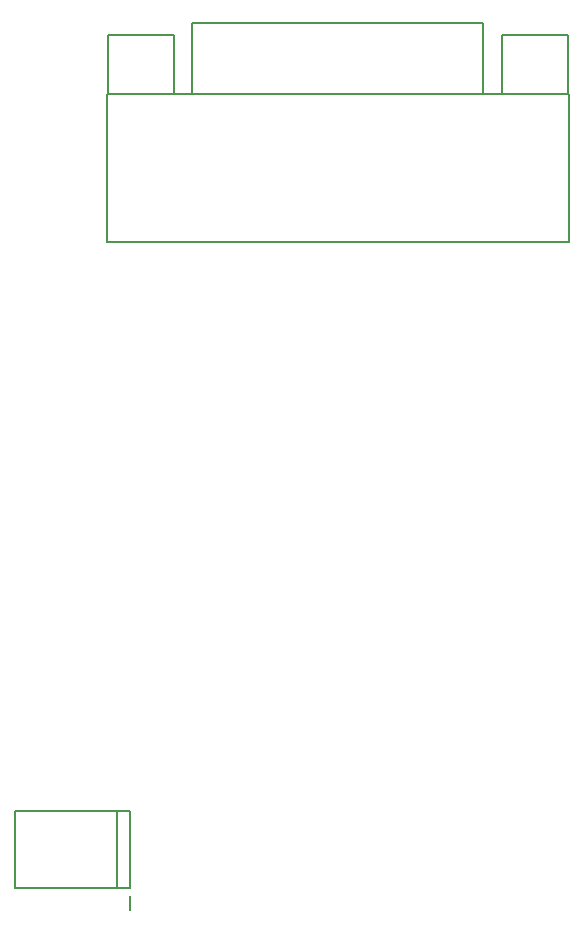
<source format=gbr>
*
%LPD*%
%LNSSB*%
%FSLAX24Y24*%
%MOIN*%
%AD*%
%ADD63C,0.008*%
G54D63*
%SRX1Y1I0.0J0.0*%
G1X-10Y7360D2*
G1X-10Y9920D1*
G1X3810Y9920D1*
G1X3810Y7360D2*
G1X3810Y9920D1*
G1X-10Y7360D2*
G1X3810Y7360D1*
G1X3400Y7360D2*
G1X3400Y9920D1*
G1X3820Y6650D2*
G1X3820Y7090D1*
G1X3090Y33830D2*
G1X3090Y35800D1*
G1X5270Y35800D1*
G1X5270Y33830D2*
G1X5270Y35800D1*
G1X5900Y33830D2*
G1X5900Y36190D1*
G1X15600Y36190D1*
G1X15600Y33830D2*
G1X15600Y36190D1*
G1X16230Y33830D2*
G1X16230Y35800D1*
G1X18410Y35800D1*
G1X18410Y33830D2*
G1X18410Y35800D1*
G1X3050Y33830D2*
G1X18450Y33830D1*
G1X3050Y28910D2*
G1X3050Y33830D1*
G1X3050Y28910D2*
G1X18450Y28910D1*
G1X18450Y33830D1*
M2*

</source>
